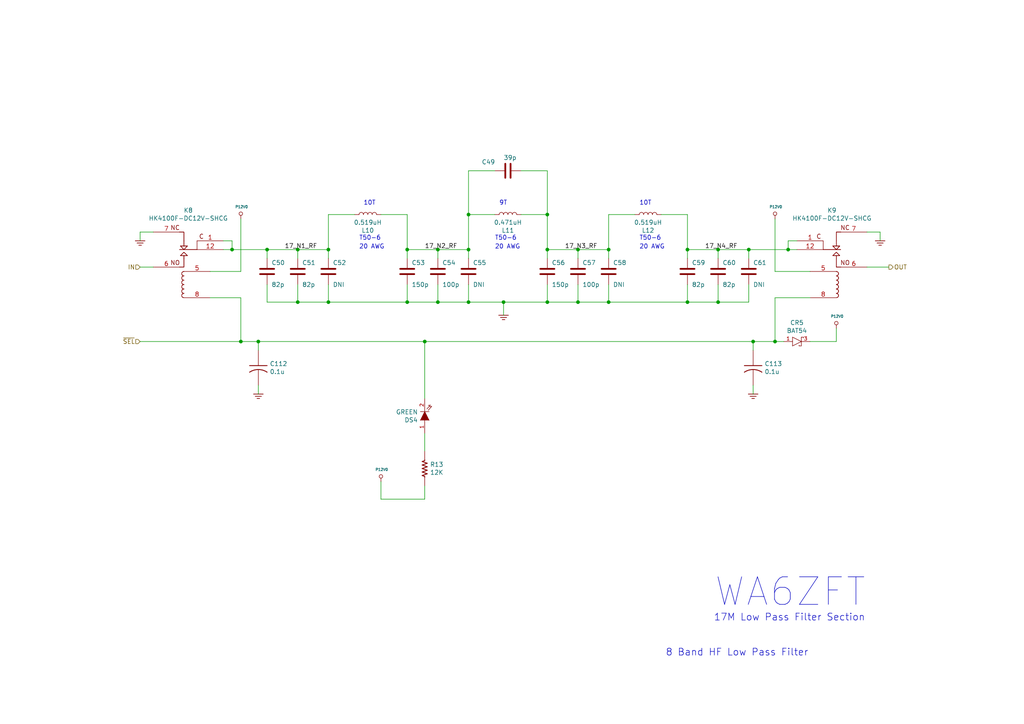
<source format=kicad_sch>
(kicad_sch (version 20211123) (generator eeschema)
  (paper "A4")
  (title_block (rev "X4"))
  (lib_symbols
    (symbol "Device:C" (pin_numbers hide) (pin_names (offset 0.254))
      (property "Reference" "C" (at 0.635 2.54 0))
      (property "Value" "C" (at 0.635 -2.54 0))
      (symbol "C_0_1"
        (polyline (pts (xy -2.032 -0.762) (xy 2.032 -0.762)) (stroke (width 0.508)))
        (polyline (pts (xy -2.032 0.762) (xy 2.032 0.762)) (stroke (width 0.508)))
      )
      (symbol "C_1_1"
        (pin passive line (at 0 3.81 270) (length 2.794) (name "~") (number "1"))
        (pin passive line (at 0 -3.81 90) (length 2.794) (name "~") (number "2"))
      )
    )
    (symbol "Device:L" (pin_numbers hide) (pin_names (offset 1.016) hide)
      (property "Reference" "L" (at -1.27 0 90))
      (property "Value" "L" (at 1.905 0 90))
      (symbol "L_0_1"
        (arc (start 0 -2.54) (mid 0.635 -1.905) (end 0 -1.27))
        (arc (start 0 -1.27) (mid 0.635 -0.635) (end 0 0))
        (arc (start 0 0) (mid 0.635 0.635) (end 0 1.27))
        (arc (start 0 1.27) (mid 0.635 1.905) (end 0 2.54))
      )
      (symbol "L_1_1"
        (pin passive line (at 0 3.81 270) (length 1.27) (name "1") (number "1"))
        (pin passive line (at 0 -3.81 90) (length 1.27) (name "2") (number "2"))
      )
    )
    (symbol "custom:BAT54" (pin_names (offset 1.016) hide)
      (property "Reference" "CR" (at -2.286 1.905 0))
      (property "Value" "BAT54" (at -2.286 -3.429 0))
      (symbol "BAT54_1_0"
        (polyline (pts (xy -1.27 -1.27) (xy 1.27 0)))
        (polyline (pts (xy -1.27 1.27) (xy -1.27 -1.27)))
        (polyline (pts (xy 0.635 -1.016) (xy 0.635 -1.27)))
        (polyline (pts (xy 1.27 -1.27) (xy 0.635 -1.27)))
        (polyline (pts (xy 1.27 0) (xy -1.27 1.27)))
        (polyline (pts (xy 1.27 0) (xy 1.27 -1.27)))
        (polyline (pts (xy 1.27 1.27) (xy 1.27 0)))
        (polyline (pts (xy 1.905 1.27) (xy 1.27 1.27)))
        (polyline (pts (xy 1.905 1.27) (xy 1.905 1.016)))
      )
      (symbol "BAT54_1_1"
        (pin passive line (at -3.81 0 0) (length 2.54) (name "A") (number "1"))
        (pin no_connect line (at -1.27 -5.08 0) (length 5.08) hide (name "") (number "2"))
        (pin passive line (at 3.81 0 180) (length 2.54) (name "C") (number "3"))
      )
    )
    (symbol "custom:C_US" (pin_numbers hide) (pin_names (offset 0.254) hide)
      (property "Reference" "C" (at 1.27 2.54 0))
      (property "Value" "C_US" (at 1.27 -2.54 0))
      (symbol "C_US_0_1"
        (polyline (pts (xy -2.54 0.635) (xy 2.54 0.635) (xy 2.54 0.635)) (stroke (width 0.254)))
        (arc (start 2.54 -1.27) (mid 0 -0.5009) (end -2.54 -1.27) (stroke (width 0.254)))
      )
      (symbol "C_US_1_1"
        (pin passive line (at 0 5.08 270) (length 4.445) (name "~") (number "1"))
        (pin passive line (at 0 -5.08 90) (length 4.445) (name "~") (number "2"))
      )
    )
    (symbol "custom:GND_US" (power) (pin_names (offset 0))
      (symbol "GND_US_0_1"
        (polyline (pts (xy -1.397 0) (xy 1.397 0)) (stroke (width 0.2032)))
        (polyline (pts (xy -0.889 -0.635) (xy 0.889 -0.635)) (stroke (width 0.2032)))
        (polyline (pts (xy -0.381 -1.27) (xy 0.381 -1.27)) (stroke (width 0.2032)))
      )
      (symbol "GND_US_1_1"
        (pin power_in line (at 0 0 90) (length 0) hide (name "GND") (number "1"))
      )
    )
    (symbol "custom:LEDGRN-SAR" (pin_names (offset 1.016) hide)
      (property "Reference" "DS" (at 0 2.54 0))
      (property "Value" "LEDGRN-SAR" (at 0 -2.54 0))
      (symbol "LEDGRN-SAR_0_1"
        (polyline (pts (xy 1.27 1.27) (xy 1.27 -1.27)))
        (polyline (pts (xy -1.27 1.27) (xy 1.27 0) (xy -1.27 -1.27)) (fill (type outline)))
        (polyline (pts (xy 1.651 -1.016) (xy 2.794 -2.032) (xy 2.667 -1.397)))
        (polyline (pts (xy 2.032 -0.635) (xy 3.175 -1.651) (xy 3.048 -1.016)))
      )
      (symbol "LEDGRN-SAR_1_1"
        (pin passive line (at -5.08 0 0) (length 3.81) (name "A") (number "1"))
        (pin passive line (at 5.08 0 180) (length 3.81) (name "K") (number "2"))
      )
    )
    (symbol "custom:P12V0" (power) (pin_names (offset 0))
      (property "Value" "P12V0" (at 0 2.794 0))
      (symbol "P12V0_0_0"
        (pin power_in line (at 0 0 90) (length 0) hide (name "P12V0") (number "1"))
      )
      (symbol "P12V0_0_1"
        (polyline (pts (xy 0 0) (xy 0 1.016) (xy 0 1.016)))
        (circle (center 0 1.524) (radius 0.508))
      )
    )
    (symbol "custom:RELAY_SPDT_HK4100F_SERIES" (pin_names (offset 1.016))
      (property "Reference" "K" (at 0 -17.78 0))
      (property "Value" "RELAY_SPDT_HK4100F_SERIES" (at -1.27 8.89 0))
      (symbol "RELAY_SPDT_HK4100F_SERIES_0_0"
        (text "C" (at -2.54 3.81 0) (effects (font (size 1.27 1.27))))
        (text "NC" (at 5.08 6.35 0) (effects (font (size 1.27 1.27))))
        (text "NO" (at 5.08 -3.81 0) (effects (font (size 1.27 1.27))))
      )
      (symbol "RELAY_SPDT_HK4100F_SERIES_0_1"
        (polyline (pts (xy -1.27 2.54) (xy -1.27 0)))
      )
      (symbol "RELAY_SPDT_HK4100F_SERIES_1_1"
        (polyline (pts (xy -1.27 0) (xy 2.54 0)))
        (polyline (pts (xy -1.27 0) (xy 2.54 0)))
        (polyline (pts (xy 1.524 -1.7526) (xy 3.5306 -1.7526)))
        (polyline (pts (xy 1.524 -1.7526) (xy 3.5306 -1.7526)))
        (polyline (pts (xy 1.524 1.0414) (xy 3.5306 1.0414)))
        (polyline (pts (xy 1.524 1.0414) (xy 3.5306 1.0414)))
        (polyline (pts (xy 2.54 -2.54) (xy 2.54 -2.032)))
        (polyline (pts (xy 2.54 -2.54) (xy 2.54 -2.032)))
        (polyline (pts (xy 2.54 -2.032) (xy 2.54 -1.7526)))
        (polyline (pts (xy 2.54 -2.032) (xy 2.54 -1.7526)))
        (polyline (pts (xy 2.54 -0.762) (xy 1.524 -1.7526)))
        (polyline (pts (xy 2.54 -0.762) (xy 1.524 -1.7526)))
        (polyline (pts (xy 2.54 0) (xy 1.524 1.0414)))
        (polyline (pts (xy 2.54 0) (xy 1.524 1.0414)))
        (polyline (pts (xy 2.54 0) (xy 3.81 0)))
        (polyline (pts (xy 2.54 0) (xy 3.81 0)))
        (polyline (pts (xy 2.54 2.54) (xy 2.54 1.0414)))
        (polyline (pts (xy 2.54 2.54) (xy 2.54 1.0414)))
        (polyline (pts (xy 3.5306 -1.7526) (xy 2.54 -0.762)))
        (polyline (pts (xy 3.5306 -1.7526) (xy 2.54 -0.762)))
        (polyline (pts (xy 3.5306 1.0414) (xy 2.54 0)))
        (polyline (pts (xy 3.5306 1.0414) (xy 2.54 0)))
        (polyline (pts (xy 3.81 -5.08) (xy 2.54 -5.08) (xy 2.54 -2.54)))
        (polyline (pts (xy 3.81 -5.08) (xy 2.54 -5.08) (xy 2.54 -2.54)))
        (polyline (pts (xy 3.81 5.08) (xy 2.54 5.08) (xy 2.54 2.54)))
        (polyline (pts (xy 3.81 5.08) (xy 2.54 5.08) (xy 2.54 2.54)))
        (arc (start 2.54 -13.97) (mid 3.175 -13.335) (end 2.54 -12.7))
        (arc (start 2.54 -13.97) (mid 3.175 -13.335) (end 2.54 -12.7))
        (arc (start 2.54 -12.7) (mid 3.175 -12.065) (end 2.54 -11.43))
        (arc (start 2.54 -12.7) (mid 3.175 -12.065) (end 2.54 -11.43))
        (arc (start 2.54 -11.43) (mid 3.175 -10.795) (end 2.54 -10.16))
        (arc (start 2.54 -11.43) (mid 3.175 -10.795) (end 2.54 -10.16))
        (arc (start 2.54 -10.16) (mid 3.175 -9.525) (end 2.54 -8.89))
        (arc (start 2.54 -10.16) (mid 3.175 -9.525) (end 2.54 -8.89))
        (arc (start 2.54 -8.89) (mid 3.175 -8.255) (end 2.54 -7.62))
        (arc (start 2.54 -8.89) (mid 3.175 -8.255) (end 2.54 -7.62))
        (arc (start 2.54 -7.62) (mid 3.175 -6.985) (end 2.54 -6.35))
        (arc (start 2.54 -7.62) (mid 3.175 -6.985) (end 2.54 -6.35))
        (pin passive line (at -8.89 2.54 0) (length 7.62) (name "~") (number "1"))
        (pin passive line (at -8.89 0 0) (length 7.62) (name "~") (number "12"))
        (pin passive line (at -5.08 -6.35 0) (length 7.62) (name "~") (number "5"))
        (pin passive line (at 11.43 -5.08 180) (length 7.62) (name "~") (number "6"))
        (pin passive line (at 11.43 5.08 180) (length 7.62) (name "~") (number "7"))
        (pin passive line (at -5.08 -13.97 0) (length 7.62) (name "~") (number "8"))
      )
    )
    (symbol "custom:R_US" (pin_numbers hide) (pin_names (offset 1.016) hide)
      (property "Reference" "R" (at 2.032 0 90))
      (property "Value" "R_US" (at -2.032 0 90))
      (symbol "R_US_0_0"
        (polyline (pts (xy 0 -2.54) (xy 0 -2.54) (xy 0 -2.286) (xy -0.762 -2.032) (xy 0.762 -1.524) (xy -0.762 -1.016) (xy 0.762 -0.508) (xy -0.762 0) (xy 0.762 0.508) (xy -0.762 1.016) (xy 0.762 1.524) (xy -0.762 2.032) (xy 0 2.286) (xy 0 2.54) (xy 0 2.54)) (stroke (width 0.254)))
      )
      (symbol "R_US_1_1"
        (pin passive line (at 0 5.08 270) (length 2.54) (name "~") (number "1"))
        (pin passive line (at 0 -5.08 90) (length 2.54) (name "~") (number "2"))
      )
    )
  )
  (junction (at 217.17 72.39))
  (junction (at 69.85 99.06))
  (junction (at 224.79 99.06))
  (junction (at 158.75 87.63))
  (junction (at 146.05 87.63))
  (junction (at 123.19 99.06))
  (junction (at 218.44 99.06))
  (junction (at 67.31 72.39))
  (junction (at 118.11 87.63))
  (junction (at 77.47 72.39))
  (junction (at 199.39 72.39))
  (junction (at 176.53 87.63))
  (junction (at 167.64 87.63))
  (junction (at 95.25 72.39))
  (junction (at 135.89 62.23))
  (junction (at 176.53 72.39))
  (junction (at 208.28 72.39))
  (junction (at 135.89 72.39))
  (junction (at 158.75 62.23))
  (junction (at 127 72.39))
  (junction (at 158.75 72.39))
  (junction (at 86.36 87.63))
  (junction (at 95.25 87.63))
  (junction (at 118.11 72.39))
  (junction (at 228.6 72.39))
  (junction (at 167.64 72.39))
  (junction (at 127 87.63))
  (junction (at 86.36 72.39))
  (junction (at 135.89 87.63))
  (junction (at 74.93 99.06))
  (junction (at 199.39 87.63))
  (junction (at 208.28 87.63))
  (wire (pts (xy 146.05 91.44) (xy 146.05 87.63)))
  (wire (pts (xy 217.17 72.39) (xy 208.28 72.39)))
  (wire (pts (xy 167.64 72.39) (xy 158.75 72.39)))
  (wire (pts (xy 95.25 72.39) (xy 95.25 74.93)))
  (wire (pts (xy 199.39 87.63) (xy 208.28 87.63)))
  (wire (pts (xy 176.53 72.39) (xy 167.64 72.39)))
  (wire (pts (xy 118.11 82.55) (xy 118.11 87.63)))
  (wire (pts (xy 110.49 62.23) (xy 118.11 62.23)))
  (wire (pts (xy 135.89 74.93) (xy 135.89 72.39)))
  (wire (pts (xy 118.11 72.39) (xy 118.11 74.93)))
  (wire (pts (xy 199.39 74.93) (xy 199.39 72.39)))
  (wire (pts (xy 231.14 69.85) (xy 228.6 69.85)))
  (wire (pts (xy 224.79 78.74) (xy 224.79 63.5)))
  (wire (pts (xy 143.51 49.53) (xy 135.89 49.53)))
  (wire (pts (xy 77.47 72.39) (xy 86.36 72.39)))
  (wire (pts (xy 86.36 87.63) (xy 95.25 87.63)))
  (wire (pts (xy 167.64 87.63) (xy 176.53 87.63)))
  (wire (pts (xy 146.05 87.63) (xy 158.75 87.63)))
  (wire (pts (xy 231.14 72.39) (xy 228.6 72.39)))
  (wire (pts (xy 123.19 144.78) (xy 110.49 144.78)))
  (wire (pts (xy 69.85 86.36) (xy 69.85 99.06)))
  (wire (pts (xy 123.19 140.97) (xy 123.19 144.78)))
  (wire (pts (xy 158.75 82.55) (xy 158.75 87.63)))
  (wire (pts (xy 67.31 72.39) (xy 77.47 72.39)))
  (wire (pts (xy 64.77 69.85) (xy 67.31 69.85)))
  (wire (pts (xy 135.89 62.23) (xy 135.89 72.39)))
  (wire (pts (xy 123.19 99.06) (xy 218.44 99.06)))
  (wire (pts (xy 251.46 67.31) (xy 255.27 67.31)))
  (wire (pts (xy 135.89 87.63) (xy 146.05 87.63)))
  (wire (pts (xy 208.28 72.39) (xy 199.39 72.39)))
  (wire (pts (xy 123.19 115.57) (xy 123.19 99.06)))
  (wire (pts (xy 242.57 99.06) (xy 242.57 95.25)))
  (wire (pts (xy 60.96 86.36) (xy 69.85 86.36)))
  (wire (pts (xy 176.53 82.55) (xy 176.53 87.63)))
  (wire (pts (xy 110.49 144.78) (xy 110.49 139.7)))
  (wire (pts (xy 224.79 86.36) (xy 234.95 86.36)))
  (wire (pts (xy 60.96 78.74) (xy 69.85 78.74)))
  (wire (pts (xy 151.13 49.53) (xy 158.75 49.53)))
  (wire (pts (xy 69.85 78.74) (xy 69.85 63.5)))
  (wire (pts (xy 74.93 99.06) (xy 123.19 99.06)))
  (wire (pts (xy 95.25 62.23) (xy 95.25 72.39)))
  (wire (pts (xy 127 74.93) (xy 127 72.39)))
  (wire (pts (xy 224.79 99.06) (xy 224.79 86.36)))
  (wire (pts (xy 228.6 72.39) (xy 217.17 72.39)))
  (wire (pts (xy 102.87 62.23) (xy 95.25 62.23)))
  (wire (pts (xy 218.44 101.6) (xy 218.44 99.06)))
  (wire (pts (xy 74.93 111.76) (xy 74.93 114.3)))
  (wire (pts (xy 228.6 69.85) (xy 228.6 72.39)))
  (wire (pts (xy 127 87.63) (xy 135.89 87.63)))
  (wire (pts (xy 95.25 82.55) (xy 95.25 87.63)))
  (wire (pts (xy 77.47 74.93) (xy 77.47 72.39)))
  (wire (pts (xy 218.44 111.76) (xy 218.44 114.3)))
  (wire (pts (xy 40.64 67.31) (xy 40.64 69.85)))
  (wire (pts (xy 158.75 49.53) (xy 158.75 62.23)))
  (wire (pts (xy 69.85 99.06) (xy 40.64 99.06)))
  (wire (pts (xy 118.11 87.63) (xy 127 87.63)))
  (wire (pts (xy 67.31 69.85) (xy 67.31 72.39)))
  (wire (pts (xy 118.11 62.23) (xy 118.11 72.39)))
  (wire (pts (xy 251.46 77.47) (xy 257.81 77.47)))
  (wire (pts (xy 127 82.55) (xy 127 87.63)))
  (wire (pts (xy 151.13 62.23) (xy 158.75 62.23)))
  (wire (pts (xy 69.85 99.06) (xy 74.93 99.06)))
  (wire (pts (xy 86.36 72.39) (xy 95.25 72.39)))
  (wire (pts (xy 227.33 99.06) (xy 224.79 99.06)))
  (wire (pts (xy 176.53 72.39) (xy 176.53 74.93)))
  (wire (pts (xy 44.45 77.47) (xy 40.64 77.47)))
  (wire (pts (xy 255.27 67.31) (xy 255.27 69.85)))
  (wire (pts (xy 208.28 87.63) (xy 217.17 87.63)))
  (wire (pts (xy 208.28 74.93) (xy 208.28 72.39)))
  (wire (pts (xy 158.75 72.39) (xy 158.75 74.93)))
  (wire (pts (xy 234.95 78.74) (xy 224.79 78.74)))
  (wire (pts (xy 191.77 62.23) (xy 199.39 62.23)))
  (wire (pts (xy 234.95 99.06) (xy 242.57 99.06)))
  (wire (pts (xy 217.17 87.63) (xy 217.17 82.55)))
  (wire (pts (xy 127 72.39) (xy 135.89 72.39)))
  (wire (pts (xy 86.36 82.55) (xy 86.36 87.63)))
  (wire (pts (xy 64.77 72.39) (xy 67.31 72.39)))
  (wire (pts (xy 176.53 87.63) (xy 199.39 87.63)))
  (wire (pts (xy 176.53 62.23) (xy 176.53 72.39)))
  (wire (pts (xy 44.45 67.31) (xy 40.64 67.31)))
  (wire (pts (xy 77.47 87.63) (xy 86.36 87.63)))
  (wire (pts (xy 208.28 82.55) (xy 208.28 87.63)))
  (wire (pts (xy 135.89 82.55) (xy 135.89 87.63)))
  (wire (pts (xy 77.47 82.55) (xy 77.47 87.63)))
  (wire (pts (xy 218.44 99.06) (xy 224.79 99.06)))
  (wire (pts (xy 217.17 74.93) (xy 217.17 72.39)))
  (wire (pts (xy 123.19 125.73) (xy 123.19 130.81)))
  (wire (pts (xy 199.39 82.55) (xy 199.39 87.63)))
  (wire (pts (xy 158.75 62.23) (xy 158.75 72.39)))
  (wire (pts (xy 158.75 87.63) (xy 167.64 87.63)))
  (wire (pts (xy 167.64 82.55) (xy 167.64 87.63)))
  (wire (pts (xy 118.11 72.39) (xy 127 72.39)))
  (wire (pts (xy 86.36 74.93) (xy 86.36 72.39)))
  (wire (pts (xy 135.89 49.53) (xy 135.89 62.23)))
  (wire (pts (xy 184.15 62.23) (xy 176.53 62.23)))
  (wire (pts (xy 95.25 87.63) (xy 118.11 87.63)))
  (wire (pts (xy 143.51 62.23) (xy 135.89 62.23)))
  (wire (pts (xy 167.64 74.93) (xy 167.64 72.39)))
  (wire (pts (xy 199.39 72.39) (xy 199.39 62.23)))
  (wire (pts (xy 74.93 101.6) (xy 74.93 99.06)))
  (text "WA6ZFT" (at 207.01 176.53 0) (effects (font (size 8.001 8.001)) (justify left bottom)))
  (text "9T" (at 144.78 59.69 0) (effects (font (size 1.27 1.27)) (justify left bottom)))
  (text "20 AWG" (at 185.42 72.39 0) (effects (font (size 1.27 1.27)) (justify left bottom)))
  (text "T50-6" (at 185.42 69.85 0) (effects (font (size 1.27 1.27)) (justify left bottom)))
  (text "20 AWG" (at 143.51 72.39 0) (effects (font (size 1.27 1.27)) (justify left bottom)))
  (text "17M Low Pass Filter Section" (at 207.01 180.34 0) (effects (font (size 2.0066 2.0066)) (justify left bottom)))
  (text "20 AWG" (at 104.14 72.39 0) (effects (font (size 1.27 1.27)) (justify left bottom)))
  (text "10T" (at 105.41 59.69 0) (effects (font (size 1.27 1.27)) (justify left bottom)))
  (text "T50-6" (at 143.51 69.85 0) (effects (font (size 1.27 1.27)) (justify left bottom)))
  (text "10T\n" (at 185.42 59.69 0) (effects (font (size 1.27 1.27)) (justify left bottom)))
  (text "8 Band HF Low Pass Filter" (at 193.04 190.5 0) (effects (font (size 2.0066 2.0066)) (justify left bottom)))
  (text "T50-6" (at 104.14 69.85 0) (effects (font (size 1.27 1.27)) (justify left bottom)))
  (label "17_N1_RF" (at 82.55 72.39 0))
  (label "17_N4_RF" (at 204.47 72.39 0))
  (label "17_N3_RF" (at 163.83 72.39 0))
  (label "17_N2_RF" (at 123.19 72.39 0))
  (hierarchical_label "~{SEL}" (shape input) (at 40.64 99.06 180))
  (hierarchical_label "IN" (shape input) (at 40.64 77.47 180))
  (hierarchical_label "OUT" (shape output) (at 257.81 77.47 0))
  (symbol (lib_id "Device:L") (at 147.32 62.23 90) (unit 1)
    (property "Reference" "L11" (at 147.32 66.8274 90))
    (property "Value" "0.471uH" (at 147.32 64.516 90))
    (property "Footprint" "mods:TOROID_T50_VERT" (effects hide))
    (property "PartNumber" "800234-506" (effects hide))
  )
  (symbol (lib_id "Device:L") (at 187.96 62.23 90) (unit 1)
    (property "Reference" "L12" (at 187.96 66.8274 90))
    (property "Value" "0.519uH" (at 187.96 64.516 90))
    (property "Footprint" "mods:TOROID_T50_VERT" (effects hide))
    (property "PartNumber" "800234-506" (effects hide))
  )
  (symbol (lib_id "Device:L") (at 106.68 62.23 90) (unit 1)
    (property "Reference" "L10" (at 106.68 66.8274 90))
    (property "Value" "0.519uH" (at 106.68 64.516 90))
    (property "Footprint" "mods:TOROID_T50_VERT" (effects hide))
    (property "PartNumber" "800234-506" (effects hide))
  )
  (symbol (lib_id "custom:GND_US") (at 146.05 91.44 0) (unit 1)
    (property "Reference" "#PWR0142" (effects hide))
    (property "Value" "GND_US" (effects hide))
  )
  (symbol (lib_id "custom:GND_US") (at 40.64 69.85 0) (unit 1)
    (property "Reference" "#PWR0143" (effects hide))
    (property "Value" "GND_US" (effects hide))
  )
  (symbol (lib_id "custom:GND_US") (at 255.27 69.85 0) (unit 1)
    (property "Reference" "#PWR0144" (effects hide))
    (property "Value" "GND_US" (effects hide))
  )
  (symbol (lib_id "custom:P12V0") (at 69.85 63.5 0) (unit 1)
    (property "Reference" "#PWR0145" (effects hide))
    (property "Value" "P12V0" (at 70.0786 59.9948 0) (effects (font (size 0.762 0.762))))
  )
  (symbol (lib_id "custom:P12V0") (at 224.79 63.5 0) (unit 1)
    (property "Reference" "#PWR0146" (effects hide))
    (property "Value" "P12V0" (at 225.0186 59.9948 0) (effects (font (size 0.762 0.762))))
  )
  (symbol (lib_id "custom:BAT54") (at 231.14 99.06 0) (unit 1)
    (property "Reference" "CR5" (at 231.14 93.599 0))
    (property "Value" "BAT54" (at 231.14 95.9104 0))
    (property "Footprint" "mods:SOT23-3-SAR-V2" (effects hide))
    (property "PartNumber" "800127-101" (effects hide))
  )
  (symbol (lib_id "custom:P12V0") (at 242.57 95.25 0) (unit 1)
    (property "Reference" "#PWR0147" (effects hide))
    (property "Value" "P12V0" (at 242.7986 91.7448 0) (effects (font (size 0.762 0.762))))
  )
  (symbol (lib_id "Device:C") (at 95.25 78.74 0) (unit 1)
    (property "Reference" "C52" (at 96.52 76.2 0) (effects (justify left)))
    (property "Value" "DNI" (at 96.52 82.55 0) (effects (justify left)))
    (property "Footprint" "mods:CC0805" (effects hide))
    (property "PartNumber" "800XXX-XXX" (effects hide))
  )
  (symbol (lib_id "Device:C") (at 77.47 78.74 0) (unit 1)
    (property "Reference" "C50" (at 78.74 76.2 0) (effects (justify left)))
    (property "Value" "82p" (at 78.74 82.55 0) (effects (justify left)))
    (property "Footprint" "mods:CC0805" (effects hide))
    (property "PartNumber" "800232-820" (effects hide))
  )
  (symbol (lib_id "Device:C") (at 147.32 49.53 270) (unit 1)
    (property "Reference" "C49" (at 139.7 46.99 90) (effects (justify left)))
    (property "Value" "39p" (at 146.05 45.72 90) (effects (justify left)))
    (property "Footprint" "mods:CC0805" (effects hide))
    (property "PartNumber" "800232-390" (effects hide))
  )
  (symbol (lib_id "custom:LEDGRN-SAR") (at 123.19 120.65 90) (unit 1)
    (property "Reference" "DS4" (at 121.2088 121.8184 90) (effects (justify left)))
    (property "Value" "GREEN" (at 121.2088 119.507 90) (effects (justify left)))
    (property "Footprint" "LED0805" (effects hide))
    (property "PartNumber" "800113-102" (effects hide))
  )
  (symbol (lib_id "custom:R_US") (at 123.19 135.89 0) (unit 1)
    (property "Reference" "R13" (at 124.714 134.7216 0) (effects (justify left)))
    (property "Value" "12K" (at 124.714 137.033 0) (effects (justify left)))
    (property "Footprint" "mods:RC0805" (effects hide))
    (property "PartNumber" "800XXX-XXX" (effects hide))
  )
  (symbol (lib_id "custom:P12V0") (at 110.49 139.7 0) (unit 1)
    (property "Reference" "#PWR0148" (effects hide))
    (property "Value" "P12V0" (at 110.7186 136.1948 0) (effects (font (size 0.762 0.762))))
  )
  (symbol (lib_id "custom:RELAY_SPDT_HK4100F_SERIES") (at 55.88 72.39 0) (mirror y) (unit 1)
    (property "Reference" "K8" (at 54.61 61.0108 0))
    (property "Value" "HK4100F-DC12V-SHCG" (at 54.61 63.3222 0))
    (property "Footprint" "mods:RELAY_HK4100" (effects hide))
    (property "PartNumber" "800231-101" (effects hide))
  )
  (symbol (lib_id "custom:RELAY_SPDT_HK4100F_SERIES") (at 240.03 72.39 0) (unit 1)
    (property "Reference" "K9" (at 241.3 61.0108 0))
    (property "Value" "HK4100F-DC12V-SHCG" (at 241.3 63.3222 0))
    (property "Footprint" "mods:RELAY_HK4100" (effects hide))
    (property "PartNumber" "800231-101" (effects hide))
  )
  (symbol (lib_id "Device:C") (at 135.89 78.74 0) (unit 1)
    (property "Reference" "C55" (at 137.16 76.2 0) (effects (justify left)))
    (property "Value" "DNI" (at 137.16 82.55 0) (effects (justify left)))
    (property "Footprint" "mods:CC0805" (effects hide))
    (property "PartNumber" "800XXX-XXX" (effects hide))
  )
  (symbol (lib_id "Device:C") (at 176.53 78.74 0) (unit 1)
    (property "Reference" "C58" (at 177.8 76.2 0) (effects (justify left)))
    (property "Value" "DNI" (at 177.8 82.55 0) (effects (justify left)))
    (property "Footprint" "mods:CC0805" (effects hide))
    (property "PartNumber" "800XXX-XXX" (effects hide))
  )
  (symbol (lib_id "Device:C") (at 217.17 78.74 0) (unit 1)
    (property "Reference" "C61" (at 218.44 76.2 0) (effects (justify left)))
    (property "Value" "DNI" (at 218.44 82.55 0) (effects (justify left)))
    (property "Footprint" "mods:CC0805" (effects hide))
    (property "PartNumber" "800XXX-XXX" (effects hide))
  )
  (symbol (lib_id "Device:C") (at 118.11 78.74 0) (unit 1)
    (property "Reference" "C53" (at 119.38 76.2 0) (effects (justify left)))
    (property "Value" "150p" (at 119.38 82.55 0) (effects (justify left)))
    (property "Footprint" "mods:CC0805" (effects hide))
    (property "PartNumber" "800232-151" (effects hide))
  )
  (symbol (lib_id "Device:C") (at 127 78.74 0) (unit 1)
    (property "Reference" "C54" (at 128.27 76.2 0) (effects (justify left)))
    (property "Value" "100p" (at 128.27 82.55 0) (effects (justify left)))
    (property "Footprint" "mods:CC0805" (effects hide))
    (property "PartNumber" "800232-101" (effects hide))
  )
  (symbol (lib_id "Device:C") (at 86.36 78.74 0) (unit 1)
    (property "Reference" "C51" (at 87.63 76.2 0) (effects (justify left)))
    (property "Value" "82p" (at 87.63 82.55 0) (effects (justify left)))
    (property "Footprint" "mods:CC0805" (effects hide))
    (property "PartNumber" "800232-820" (effects hide))
  )
  (symbol (lib_id "Device:C") (at 199.39 78.74 0) (unit 1)
    (property "Reference" "C59" (at 200.66 76.2 0) (effects (justify left)))
    (property "Value" "82p" (at 200.66 82.55 0) (effects (justify left)))
    (property "Footprint" "mods:CC0805" (effects hide))
    (property "PartNumber" "800232-820" (effects hide))
  )
  (symbol (lib_id "Device:C") (at 208.28 78.74 0) (unit 1)
    (property "Reference" "C60" (at 209.55 76.2 0) (effects (justify left)))
    (property "Value" "82p" (at 209.55 82.55 0) (effects (justify left)))
    (property "Footprint" "mods:CC0805" (effects hide))
    (property "PartNumber" "800232-820" (effects hide))
  )
  (symbol (lib_id "Device:C") (at 158.75 78.74 0) (unit 1)
    (property "Reference" "C56" (at 160.02 76.2 0) (effects (justify left)))
    (property "Value" "150p" (at 160.02 82.55 0) (effects (justify left)))
    (property "Footprint" "mods:CC0805" (effects hide))
    (property "PartNumber" "800232-151" (effects hide))
  )
  (symbol (lib_id "Device:C") (at 167.64 78.74 0) (unit 1)
    (property "Reference" "C57" (at 168.91 76.2 0) (effects (justify left)))
    (property "Value" "100p" (at 168.91 82.55 0) (effects (justify left)))
    (property "Footprint" "mods:CC0805" (effects hide))
    (property "PartNumber" "800232-101" (effects hide))
  )
  (symbol (lib_id "custom:C_US") (at 74.93 106.68 0) (unit 1)
    (property "Reference" "C112" (at 78.232 105.5116 0) (effects (justify left)))
    (property "Value" "0.1u" (at 78.232 107.823 0) (effects (justify left)))
    (property "Footprint" "mods:CC0805" (effects hide))
    (property "PartNumber" "800063-XXX" (effects hide))
  )
  (symbol (lib_id "custom:GND_US") (at 74.93 114.3 0) (unit 1)
    (property "Reference" "#PWR0184" (effects hide))
    (property "Value" "GND_US" (effects hide))
  )
  (symbol (lib_id "custom:C_US") (at 218.44 106.68 0) (unit 1)
    (property "Reference" "C113" (at 221.742 105.5116 0) (effects (justify left)))
    (property "Value" "0.1u" (at 221.742 107.823 0) (effects (justify left)))
    (property "Footprint" "mods:CC0805" (effects hide))
    (property "PartNumber" "800063-XXX" (effects hide))
  )
  (symbol (lib_id "custom:GND_US") (at 218.44 114.3 0) (unit 1)
    (property "Reference" "#PWR0185" (effects hide))
    (property "Value" "GND_US" (effects hide))
  )
)
</source>
